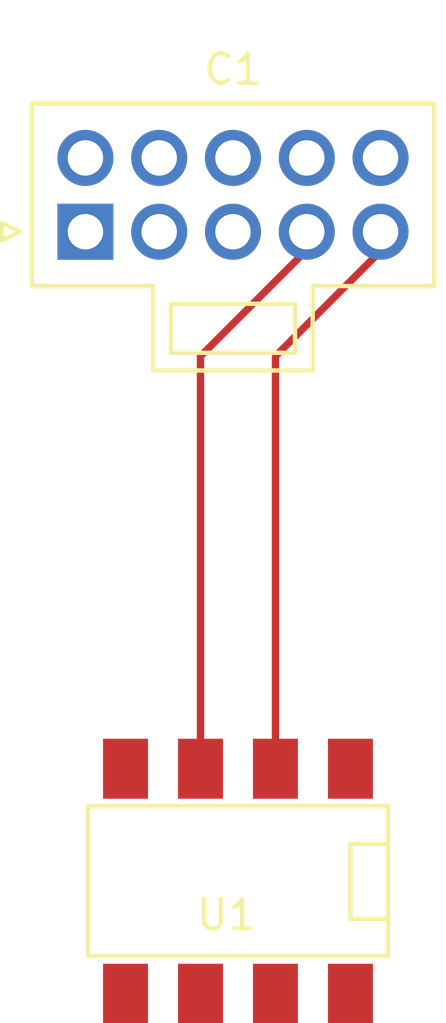
<source format=kicad_pcb>
(kicad_pcb (version 4) (host pcbnew 4.0.5)

  (general
    (links 2)
    (no_connects 0)
    (area 148.59 95.25 165.1 130.81)
    (thickness 1.6)
    (drawings 0)
    (tracks 6)
    (zones 0)
    (modules 2)
    (nets 17)
  )

  (page A4)
  (layers
    (0 F.Cu signal)
    (31 B.Cu signal)
    (32 B.Adhes user)
    (33 F.Adhes user)
    (34 B.Paste user)
    (35 F.Paste user)
    (36 B.SilkS user)
    (37 F.SilkS user)
    (38 B.Mask user)
    (39 F.Mask user)
    (40 Dwgs.User user)
    (41 Cmts.User user)
    (42 Eco1.User user)
    (43 Eco2.User user)
    (44 Edge.Cuts user)
    (45 Margin user)
    (46 B.CrtYd user)
    (47 F.CrtYd user)
    (48 B.Fab user)
    (49 F.Fab user)
  )

  (setup
    (last_trace_width 0.25)
    (trace_clearance 0.2)
    (zone_clearance 0.508)
    (zone_45_only no)
    (trace_min 0.2)
    (segment_width 0.2)
    (edge_width 0.1)
    (via_size 0.6)
    (via_drill 0.4)
    (via_min_size 0.4)
    (via_min_drill 0.3)
    (uvia_size 0.3)
    (uvia_drill 0.1)
    (uvias_allowed no)
    (uvia_min_size 0.2)
    (uvia_min_drill 0.1)
    (pcb_text_width 0.3)
    (pcb_text_size 1.5 1.5)
    (mod_edge_width 0.15)
    (mod_text_size 1 1)
    (mod_text_width 0.15)
    (pad_size 1.5 1.5)
    (pad_drill 0.6)
    (pad_to_mask_clearance 0)
    (aux_axis_origin 0 0)
    (visible_elements 7FFFFFFF)
    (pcbplotparams
      (layerselection 0x00030_80000001)
      (usegerberextensions false)
      (excludeedgelayer true)
      (linewidth 0.100000)
      (plotframeref false)
      (viasonmask false)
      (mode 1)
      (useauxorigin false)
      (hpglpennumber 1)
      (hpglpenspeed 20)
      (hpglpendiameter 15)
      (hpglpenoverlay 2)
      (psnegative false)
      (psa4output false)
      (plotreference true)
      (plotvalue true)
      (plotinvisibletext false)
      (padsonsilk false)
      (subtractmaskfromsilk false)
      (outputformat 1)
      (mirror false)
      (drillshape 1)
      (scaleselection 1)
      (outputdirectory ""))
  )

  (net 0 "")
  (net 1 /12V)
  (net 2 /12V_SRC)
  (net 3 /12V_LVMS)
  (net 4 /CAN_TX)
  (net 5 /CAN_RX)
  (net 6 /AIRS_IN)
  (net 7 /AIRS_OUT)
  (net 8 /AIRS_DISCH)
  (net 9 /GND)
  (net 10 "Net-(U1-Pad1)")
  (net 11 "Net-(U1-Pad4)")
  (net 12 "Net-(U1-Pad5)")
  (net 13 "Net-(U1-Pad6)")
  (net 14 "Net-(U1-Pad7)")
  (net 15 "Net-(U1-Pad8)")
  (net 16 /BRAKE_SIG)

  (net_class Default "This is the default net class."
    (clearance 0.2)
    (trace_width 0.25)
    (via_dia 0.6)
    (via_drill 0.4)
    (uvia_dia 0.3)
    (uvia_drill 0.1)
    (add_net /12V)
    (add_net /12V_LVMS)
    (add_net /12V_SRC)
    (add_net /AIRS_DISCH)
    (add_net /AIRS_IN)
    (add_net /AIRS_OUT)
    (add_net /BRAKE_SIG)
    (add_net /CAN_RX)
    (add_net /CAN_TX)
    (add_net /GND)
    (add_net "Net-(U1-Pad1)")
    (add_net "Net-(U1-Pad4)")
    (add_net "Net-(U1-Pad5)")
    (add_net "Net-(U1-Pad6)")
    (add_net "Net-(U1-Pad7)")
    (add_net "Net-(U1-Pad8)")
  )

  (module Connectors_Molex:Molex_NanoFit_2x05x2.50mm_Straight (layer F.Cu) (tedit 5757C2BA) (tstamp 58886AB7)
    (at 152.3111 103.7336)
    (descr "Molex Nano Fit, dual row, top entry, through hole, Datasheet:http://www.molex.com/pdm_docs/sd/1053101208_sd.pdf")
    (tags "connector molex nano-fit 105310-xx10")
    (path /588866BE)
    (fp_text reference C1 (at 5 -5.5) (layer F.SilkS)
      (effects (font (size 1 1) (thickness 0.15)))
    )
    (fp_text value CONN_02X05 (at 5 -7) (layer F.Fab)
      (effects (font (size 1 1) (thickness 0.15)))
    )
    (fp_line (start -1.72 -4.24) (end -1.72 1.74) (layer F.Fab) (width 0.05))
    (fp_line (start -1.72 1.74) (end 11.72 1.74) (layer F.Fab) (width 0.05))
    (fp_line (start 11.72 1.74) (end 11.72 -4.24) (layer F.Fab) (width 0.05))
    (fp_line (start 11.72 -4.24) (end -1.72 -4.24) (layer F.Fab) (width 0.05))
    (fp_line (start 5 -4.34) (end -1.82 -4.34) (layer F.SilkS) (width 0.15))
    (fp_line (start -1.82 -4.34) (end -1.82 1.84) (layer F.SilkS) (width 0.15))
    (fp_line (start -1.82 1.84) (end 2.3 1.84) (layer F.SilkS) (width 0.15))
    (fp_line (start 2.3 1.84) (end 2.3 4.7) (layer F.SilkS) (width 0.15))
    (fp_line (start 2.3 4.7) (end 5 4.7) (layer F.SilkS) (width 0.15))
    (fp_line (start 5 -4.34) (end 11.82 -4.34) (layer F.SilkS) (width 0.15))
    (fp_line (start 11.82 -4.34) (end 11.82 1.84) (layer F.SilkS) (width 0.15))
    (fp_line (start 11.82 1.84) (end 7.7 1.84) (layer F.SilkS) (width 0.15))
    (fp_line (start 7.7 1.84) (end 7.7 4.7) (layer F.SilkS) (width 0.15))
    (fp_line (start 7.7 4.7) (end 5 4.7) (layer F.SilkS) (width 0.15))
    (fp_line (start 2.9 2.44) (end 2.9 4.1) (layer F.SilkS) (width 0.15))
    (fp_line (start 2.9 4.1) (end 7.1 4.1) (layer F.SilkS) (width 0.15))
    (fp_line (start 7.1 4.1) (end 7.1 2.44) (layer F.SilkS) (width 0.15))
    (fp_line (start 7.1 2.44) (end 2.9 2.44) (layer F.SilkS) (width 0.15))
    (fp_line (start -2.2 -4.7) (end -2.2 2.2) (layer F.CrtYd) (width 0.05))
    (fp_line (start -2.2 2.2) (end 1.85 2.2) (layer F.CrtYd) (width 0.05))
    (fp_line (start 1.85 2.2) (end 1.85 5.05) (layer F.CrtYd) (width 0.05))
    (fp_line (start 1.85 5.05) (end 8.05 5.05) (layer F.CrtYd) (width 0.05))
    (fp_line (start 8.05 5.05) (end 8.05 2.2) (layer F.CrtYd) (width 0.05))
    (fp_line (start 8.05 2.2) (end 12.2 2.2) (layer F.CrtYd) (width 0.05))
    (fp_line (start 12.2 2.2) (end 12.2 -4.7) (layer F.CrtYd) (width 0.05))
    (fp_line (start 12.2 -4.7) (end -2.2 -4.7) (layer F.CrtYd) (width 0.05))
    (fp_line (start -1.1875 -1.1875) (end -1.1875 1.1875) (layer F.Fab) (width 0.05))
    (fp_line (start -1.1875 1.1875) (end 1.1875 1.1875) (layer F.Fab) (width 0.05))
    (fp_line (start 1.1875 1.1875) (end 1.1875 -1.1875) (layer F.Fab) (width 0.05))
    (fp_line (start 1.1875 -1.1875) (end -1.1875 -1.1875) (layer F.Fab) (width 0.05))
    (fp_line (start -1.1875 -3.6875) (end -1.1875 -1.3125) (layer F.Fab) (width 0.05))
    (fp_line (start -1.1875 -1.3125) (end 1.1875 -1.3125) (layer F.Fab) (width 0.05))
    (fp_line (start 1.1875 -1.3125) (end 1.1875 -3.6875) (layer F.Fab) (width 0.05))
    (fp_line (start 1.1875 -3.6875) (end -1.1875 -3.6875) (layer F.Fab) (width 0.05))
    (fp_line (start 1.3125 -1.1875) (end 1.3125 1.1875) (layer F.Fab) (width 0.05))
    (fp_line (start 1.3125 1.1875) (end 3.6875 1.1875) (layer F.Fab) (width 0.05))
    (fp_line (start 3.6875 1.1875) (end 3.6875 -1.1875) (layer F.Fab) (width 0.05))
    (fp_line (start 3.6875 -1.1875) (end 1.3125 -1.1875) (layer F.Fab) (width 0.05))
    (fp_line (start 1.3125 -3.6875) (end 1.3125 -1.3125) (layer F.Fab) (width 0.05))
    (fp_line (start 1.3125 -1.3125) (end 3.6875 -1.3125) (layer F.Fab) (width 0.05))
    (fp_line (start 3.6875 -1.3125) (end 3.6875 -3.6875) (layer F.Fab) (width 0.05))
    (fp_line (start 3.6875 -3.6875) (end 1.3125 -3.6875) (layer F.Fab) (width 0.05))
    (fp_line (start 3.8125 -1.1875) (end 3.8125 1.1875) (layer F.Fab) (width 0.05))
    (fp_line (start 3.8125 1.1875) (end 6.1875 1.1875) (layer F.Fab) (width 0.05))
    (fp_line (start 6.1875 1.1875) (end 6.1875 -1.1875) (layer F.Fab) (width 0.05))
    (fp_line (start 6.1875 -1.1875) (end 3.8125 -1.1875) (layer F.Fab) (width 0.05))
    (fp_line (start 3.8125 -3.6875) (end 3.8125 -1.3125) (layer F.Fab) (width 0.05))
    (fp_line (start 3.8125 -1.3125) (end 6.1875 -1.3125) (layer F.Fab) (width 0.05))
    (fp_line (start 6.1875 -1.3125) (end 6.1875 -3.6875) (layer F.Fab) (width 0.05))
    (fp_line (start 6.1875 -3.6875) (end 3.8125 -3.6875) (layer F.Fab) (width 0.05))
    (fp_line (start 6.3125 -1.1875) (end 6.3125 1.1875) (layer F.Fab) (width 0.05))
    (fp_line (start 6.3125 1.1875) (end 8.6875 1.1875) (layer F.Fab) (width 0.05))
    (fp_line (start 8.6875 1.1875) (end 8.6875 -1.1875) (layer F.Fab) (width 0.05))
    (fp_line (start 8.6875 -1.1875) (end 6.3125 -1.1875) (layer F.Fab) (width 0.05))
    (fp_line (start 6.3125 -3.6875) (end 6.3125 -1.3125) (layer F.Fab) (width 0.05))
    (fp_line (start 6.3125 -1.3125) (end 8.6875 -1.3125) (layer F.Fab) (width 0.05))
    (fp_line (start 8.6875 -1.3125) (end 8.6875 -3.6875) (layer F.Fab) (width 0.05))
    (fp_line (start 8.6875 -3.6875) (end 6.3125 -3.6875) (layer F.Fab) (width 0.05))
    (fp_line (start 8.8125 -1.1875) (end 8.8125 1.1875) (layer F.Fab) (width 0.05))
    (fp_line (start 8.8125 1.1875) (end 11.1875 1.1875) (layer F.Fab) (width 0.05))
    (fp_line (start 11.1875 1.1875) (end 11.1875 -1.1875) (layer F.Fab) (width 0.05))
    (fp_line (start 11.1875 -1.1875) (end 8.8125 -1.1875) (layer F.Fab) (width 0.05))
    (fp_line (start 8.8125 -3.6875) (end 8.8125 -1.3125) (layer F.Fab) (width 0.05))
    (fp_line (start 8.8125 -1.3125) (end 11.1875 -1.3125) (layer F.Fab) (width 0.05))
    (fp_line (start 11.1875 -1.3125) (end 11.1875 -3.6875) (layer F.Fab) (width 0.05))
    (fp_line (start 11.1875 -3.6875) (end 8.8125 -3.6875) (layer F.Fab) (width 0.05))
    (fp_line (start -2.22 0) (end -2.82 0.3) (layer F.SilkS) (width 0.15))
    (fp_line (start -2.82 0.3) (end -2.82 -0.3) (layer F.SilkS) (width 0.15))
    (fp_line (start -2.82 -0.3) (end -2.22 0) (layer F.SilkS) (width 0.15))
    (pad 1 thru_hole rect (at 0 0) (size 1.9 1.9) (drill 1.2) (layers *.Cu *.Mask)
      (net 1 /12V))
    (pad 2 thru_hole circle (at 2.5 0) (size 1.9 1.9) (drill 1.2) (layers *.Cu *.Mask)
      (net 2 /12V_SRC))
    (pad 3 thru_hole circle (at 5 0) (size 1.9 1.9) (drill 1.2) (layers *.Cu *.Mask)
      (net 3 /12V_LVMS))
    (pad 4 thru_hole circle (at 7.5 0) (size 1.9 1.9) (drill 1.2) (layers *.Cu *.Mask)
      (net 4 /CAN_TX))
    (pad 5 thru_hole circle (at 10 0) (size 1.9 1.9) (drill 1.2) (layers *.Cu *.Mask)
      (net 5 /CAN_RX))
    (pad 6 thru_hole circle (at 0 -2.5) (size 1.9 1.9) (drill 1.2) (layers *.Cu *.Mask)
      (net 6 /AIRS_IN))
    (pad 7 thru_hole circle (at 2.5 -2.5) (size 1.9 1.9) (drill 1.2) (layers *.Cu *.Mask)
      (net 7 /AIRS_OUT))
    (pad 8 thru_hole circle (at 5 -2.5) (size 1.9 1.9) (drill 1.2) (layers *.Cu *.Mask)
      (net 8 /AIRS_DISCH))
    (pad 9 thru_hole circle (at 7.5 -2.5) (size 1.9 1.9) (drill 1.2) (layers *.Cu *.Mask)
      (net 16 /BRAKE_SIG))
    (pad 10 thru_hole circle (at 10 -2.5) (size 1.9 1.9) (drill 1.2) (layers *.Cu *.Mask)
      (net 9 /GND))
    (pad "" np_thru_hole circle (at 3.75 1.34) (size 1.3 1.3) (drill 1.3) (layers *.Cu))
    (model Connectors_Molex.3dshapes/Molex_NanoFit_2x05x2.50mm_Straight.wrl
      (at (xyz 0 0 0))
      (scale (xyz 1 1 1))
      (rotate (xyz 0 0 0))
    )
  )

  (module SMD_Packages:DIP-8_SMD (layer F.Cu) (tedit 0) (tstamp 58886ACA)
    (at 157.48 125.73 180)
    (descr "DIP-8_300 smd shape")
    (tags "smd cms 8dip")
    (path /5888641B)
    (attr smd)
    (fp_text reference U1 (at 0.381 -1.143 180) (layer F.SilkS)
      (effects (font (size 1 1) (thickness 0.15)))
    )
    (fp_text value ISO1050 (at 0 0.762 180) (layer F.Fab)
      (effects (font (size 1 1) (thickness 0.15)))
    )
    (fp_line (start -5.08 -2.54) (end -5.08 2.54) (layer F.SilkS) (width 0.15))
    (fp_line (start -5.08 2.54) (end 5.08 2.54) (layer F.SilkS) (width 0.15))
    (fp_line (start 5.08 2.54) (end 5.08 -2.54) (layer F.SilkS) (width 0.15))
    (fp_line (start 5.08 -2.54) (end -5.08 -2.54) (layer F.SilkS) (width 0.15))
    (fp_line (start -5.08 -1.27) (end -3.81 -1.27) (layer F.SilkS) (width 0.15))
    (fp_line (start -3.81 -1.27) (end -3.81 1.27) (layer F.SilkS) (width 0.15))
    (fp_line (start -3.81 1.27) (end -5.08 1.27) (layer F.SilkS) (width 0.15))
    (pad 1 smd rect (at -3.81 3.81 180) (size 1.524 2.032) (layers F.Cu F.Paste F.Mask)
      (net 10 "Net-(U1-Pad1)"))
    (pad 2 smd rect (at -1.27 3.81 180) (size 1.524 2.032) (layers F.Cu F.Paste F.Mask)
      (net 5 /CAN_RX))
    (pad 3 smd rect (at 1.27 3.81 180) (size 1.524 2.032) (layers F.Cu F.Paste F.Mask)
      (net 4 /CAN_TX))
    (pad 4 smd rect (at 3.81 3.81 180) (size 1.524 2.032) (layers F.Cu F.Paste F.Mask)
      (net 11 "Net-(U1-Pad4)"))
    (pad 5 smd rect (at 3.81 -3.81 180) (size 1.524 2.032) (layers F.Cu F.Paste F.Mask)
      (net 12 "Net-(U1-Pad5)"))
    (pad 6 smd rect (at 1.27 -3.81 180) (size 1.524 2.032) (layers F.Cu F.Paste F.Mask)
      (net 13 "Net-(U1-Pad6)"))
    (pad 7 smd rect (at -1.27 -3.81 180) (size 1.524 2.032) (layers F.Cu F.Paste F.Mask)
      (net 14 "Net-(U1-Pad7)"))
    (pad 8 smd rect (at -3.81 -3.81 180) (size 1.524 2.032) (layers F.Cu F.Paste F.Mask)
      (net 15 "Net-(U1-Pad8)"))
    (model SMD_Packages.3dshapes/DIP-8_SMD.wrl
      (at (xyz 0 0 0))
      (scale (xyz 1 0.5 0.8))
      (rotate (xyz 0 0 0))
    )
  )

  (segment (start 159.8111 103.7336) (end 160.02 104.14) (width 0.25) (layer F.Cu) (net 4) (status 80000))
  (segment (start 160.02 104.14) (end 156.21 107.95) (width 0.25) (layer F.Cu) (net 4) (status 80000))
  (segment (start 156.21 107.95) (end 156.21 121.92) (width 0.25) (layer F.Cu) (net 4) (status 80000))
  (segment (start 162.3111 103.7336) (end 162.56 104.14) (width 0.25) (layer F.Cu) (net 5) (status 80000))
  (segment (start 162.56 104.14) (end 158.75 107.95) (width 0.25) (layer F.Cu) (net 5) (status 80000))
  (segment (start 158.75 107.95) (end 158.75 121.92) (width 0.25) (layer F.Cu) (net 5) (status 80000))

)

</source>
